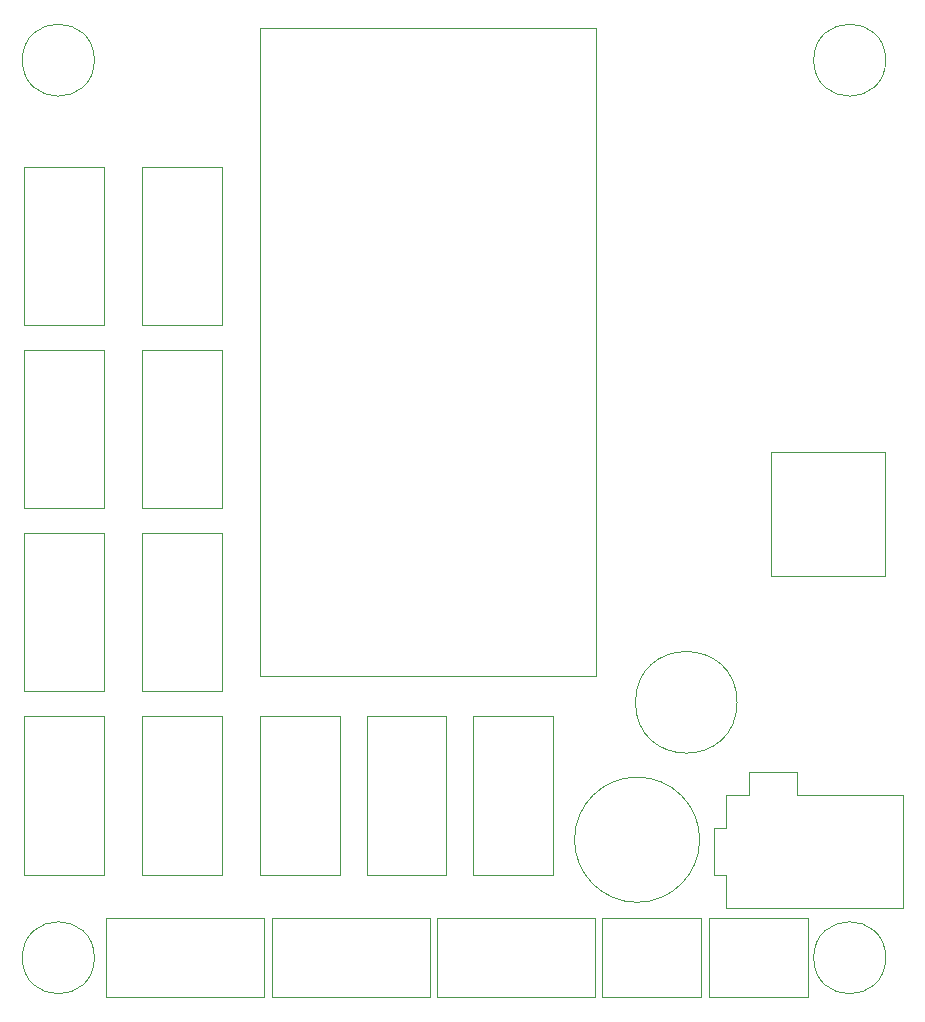
<source format=gbr>
G04 #@! TF.GenerationSoftware,KiCad,Pcbnew,5.1.10-88a1d61d58~90~ubuntu20.04.1*
G04 #@! TF.CreationDate,2022-01-15T16:19:50+00:00*
G04 #@! TF.ProjectId,beehive,62656568-6976-4652-9e6b-696361645f70,rev?*
G04 #@! TF.SameCoordinates,Original*
G04 #@! TF.FileFunction,Other,User*
%FSLAX46Y46*%
G04 Gerber Fmt 4.6, Leading zero omitted, Abs format (unit mm)*
G04 Created by KiCad (PCBNEW 5.1.10-88a1d61d58~90~ubuntu20.04.1) date 2022-01-15 16:19:50*
%MOMM*%
%LPD*%
G01*
G04 APERTURE LIST*
%ADD10C,0.050000*%
G04 APERTURE END LIST*
D10*
X196964000Y-118872000D02*
G75*
G03*
X196964000Y-118872000I-4300000J0D01*
G01*
X193950000Y-143850000D02*
X193950000Y-137100000D01*
X193950000Y-137100000D02*
X185550000Y-137100000D01*
X185550000Y-137100000D02*
X185550000Y-143850000D01*
X185550000Y-143850000D02*
X193950000Y-143850000D01*
X202950000Y-143850000D02*
X202950000Y-137100000D01*
X202950000Y-137100000D02*
X194550000Y-137100000D01*
X194550000Y-137100000D02*
X194550000Y-143850000D01*
X194550000Y-143850000D02*
X202950000Y-143850000D01*
X143350000Y-89050000D02*
X136600000Y-89050000D01*
X136600000Y-89050000D02*
X136600000Y-102450000D01*
X136600000Y-102450000D02*
X143350000Y-102450000D01*
X143350000Y-102450000D02*
X143350000Y-89050000D01*
X153350000Y-73550000D02*
X146600000Y-73550000D01*
X146600000Y-73550000D02*
X146600000Y-86950000D01*
X146600000Y-86950000D02*
X153350000Y-86950000D01*
X153350000Y-86950000D02*
X153350000Y-73550000D01*
X143350000Y-73550000D02*
X136600000Y-73550000D01*
X136600000Y-73550000D02*
X136600000Y-86950000D01*
X136600000Y-86950000D02*
X143350000Y-86950000D01*
X143350000Y-86950000D02*
X143350000Y-73550000D01*
X143350000Y-104550000D02*
X136600000Y-104550000D01*
X136600000Y-104550000D02*
X136600000Y-117950000D01*
X136600000Y-117950000D02*
X143350000Y-117950000D01*
X143350000Y-117950000D02*
X143350000Y-104550000D01*
X184950000Y-143850000D02*
X184950000Y-137100000D01*
X184950000Y-137100000D02*
X171550000Y-137100000D01*
X171550000Y-137100000D02*
X171550000Y-143850000D01*
X171550000Y-143850000D02*
X184950000Y-143850000D01*
X156950000Y-143850000D02*
X156950000Y-137100000D01*
X156950000Y-137100000D02*
X143550000Y-137100000D01*
X143550000Y-137100000D02*
X143550000Y-143850000D01*
X143550000Y-143850000D02*
X156950000Y-143850000D01*
X142550000Y-64500000D02*
G75*
G03*
X142550000Y-64500000I-3050000J0D01*
G01*
X209550000Y-64500000D02*
G75*
G03*
X209550000Y-64500000I-3050000J0D01*
G01*
X209550000Y-140500000D02*
G75*
G03*
X209550000Y-140500000I-3050000J0D01*
G01*
X142550000Y-140500000D02*
G75*
G03*
X142550000Y-140500000I-3050000J0D01*
G01*
X170950000Y-143850000D02*
X170950000Y-137100000D01*
X170950000Y-137100000D02*
X157550000Y-137100000D01*
X157550000Y-137100000D02*
X157550000Y-143850000D01*
X157550000Y-143850000D02*
X170950000Y-143850000D01*
X181350000Y-120050000D02*
X174600000Y-120050000D01*
X174600000Y-120050000D02*
X174600000Y-133450000D01*
X174600000Y-133450000D02*
X181350000Y-133450000D01*
X181350000Y-133450000D02*
X181350000Y-120050000D01*
X172350000Y-120050000D02*
X165600000Y-120050000D01*
X165600000Y-120050000D02*
X165600000Y-133450000D01*
X165600000Y-133450000D02*
X172350000Y-133450000D01*
X172350000Y-133450000D02*
X172350000Y-120050000D01*
X163350000Y-120050000D02*
X156600000Y-120050000D01*
X156600000Y-120050000D02*
X156600000Y-133450000D01*
X156600000Y-133450000D02*
X163350000Y-133450000D01*
X163350000Y-133450000D02*
X163350000Y-120050000D01*
X153350000Y-120050000D02*
X146600000Y-120050000D01*
X146600000Y-120050000D02*
X146600000Y-133450000D01*
X146600000Y-133450000D02*
X153350000Y-133450000D01*
X153350000Y-133450000D02*
X153350000Y-120050000D01*
X143350000Y-120050000D02*
X136600000Y-120050000D01*
X136600000Y-120050000D02*
X136600000Y-133450000D01*
X136600000Y-133450000D02*
X143350000Y-133450000D01*
X143350000Y-133450000D02*
X143350000Y-120050000D01*
X153350000Y-104550000D02*
X146600000Y-104550000D01*
X146600000Y-104550000D02*
X146600000Y-117950000D01*
X146600000Y-117950000D02*
X153350000Y-117950000D01*
X153350000Y-117950000D02*
X153350000Y-104550000D01*
X153350000Y-89050000D02*
X146600000Y-89050000D01*
X146600000Y-89050000D02*
X146600000Y-102450000D01*
X146600000Y-102450000D02*
X153350000Y-102450000D01*
X153350000Y-102450000D02*
X153350000Y-89050000D01*
X196000000Y-136000000D02*
X196000000Y-136250000D01*
X196000000Y-136250000D02*
X211000000Y-136250000D01*
X196000000Y-136000000D02*
X196000000Y-133500000D01*
X196000000Y-133500000D02*
X195000000Y-133500000D01*
X195000000Y-133500000D02*
X195000000Y-129500000D01*
X195000000Y-129500000D02*
X196000000Y-129500000D01*
X196000000Y-129500000D02*
X196000000Y-126750000D01*
X196000000Y-126750000D02*
X198000000Y-126750000D01*
X198000000Y-126750000D02*
X198000000Y-124750000D01*
X198000000Y-124750000D02*
X202000000Y-124750000D01*
X202000000Y-124750000D02*
X202000000Y-126750000D01*
X202000000Y-126750000D02*
X211000000Y-126750000D01*
X211000000Y-126750000D02*
X211000000Y-136250000D01*
X193800000Y-130500000D02*
G75*
G03*
X193800000Y-130500000I-5300000J0D01*
G01*
X209450000Y-97650000D02*
X199850000Y-97650000D01*
X199850000Y-97650000D02*
X199850000Y-108150000D01*
X199850000Y-108150000D02*
X209450000Y-108150000D01*
X209450000Y-108150000D02*
X209450000Y-97650000D01*
X185000000Y-116640000D02*
X156600000Y-116640000D01*
X156600000Y-116640000D02*
X156600000Y-61740000D01*
X156600000Y-61740000D02*
X185000000Y-61740000D01*
X185000000Y-61740000D02*
X185000000Y-116640000D01*
M02*

</source>
